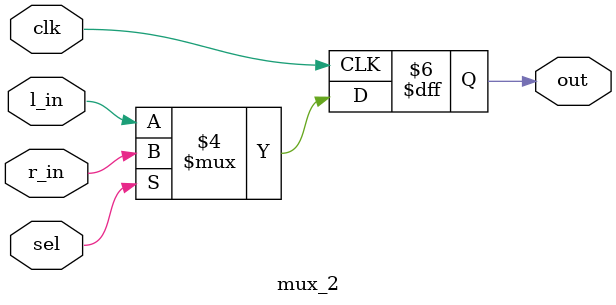
<source format=v>
module mux (
    nco_in,
    fir_in,
    sel,
    clk,
    out
);
  input [11:0] nco_in, fir_in;
  input sel, clk;
  output [11:0] out;
  reg [11:0] out;
  always @(posedge clk) begin
    if (sel == 1'b1) begin
      out <= nco_in;
    end else begin
      out <= fir_in;
    end

  end
endmodule



module mux_2 (
    l_in,
    r_in,
    sel,
    clk,
    out
);
  input r_in, l_in;
  input sel, clk;
  output out;
  reg out;
  always @(posedge clk) begin
    if (sel == 1'b1) begin
      out <= r_in;
    end else begin
      out <= l_in;
    end

  end
endmodule
</source>
